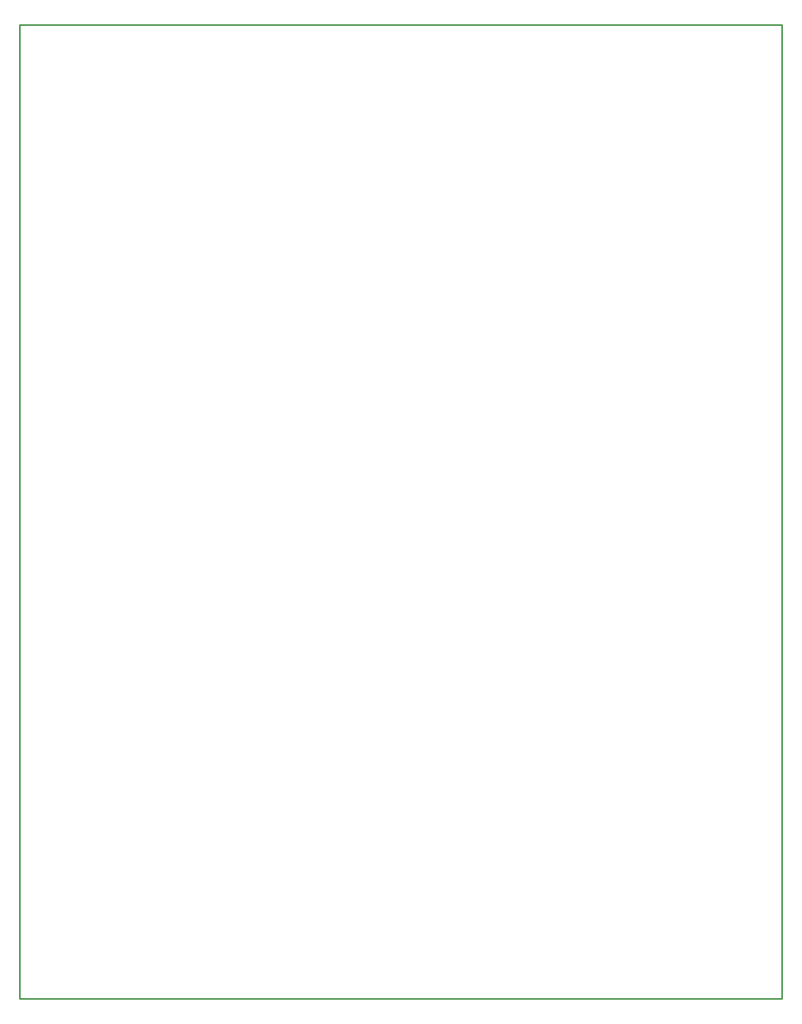
<source format=gm1>
G04 Layer_Color=16711935*
%FSLAX25Y25*%
%MOIN*%
G70*
G01*
G75*
%ADD10C,0.01000*%
D10*
X655300Y259700D02*
Y887700D01*
Y259700D02*
X1147300D01*
X655300Y887700D02*
X1147300D01*
Y259700D02*
Y887700D01*
M02*

</source>
